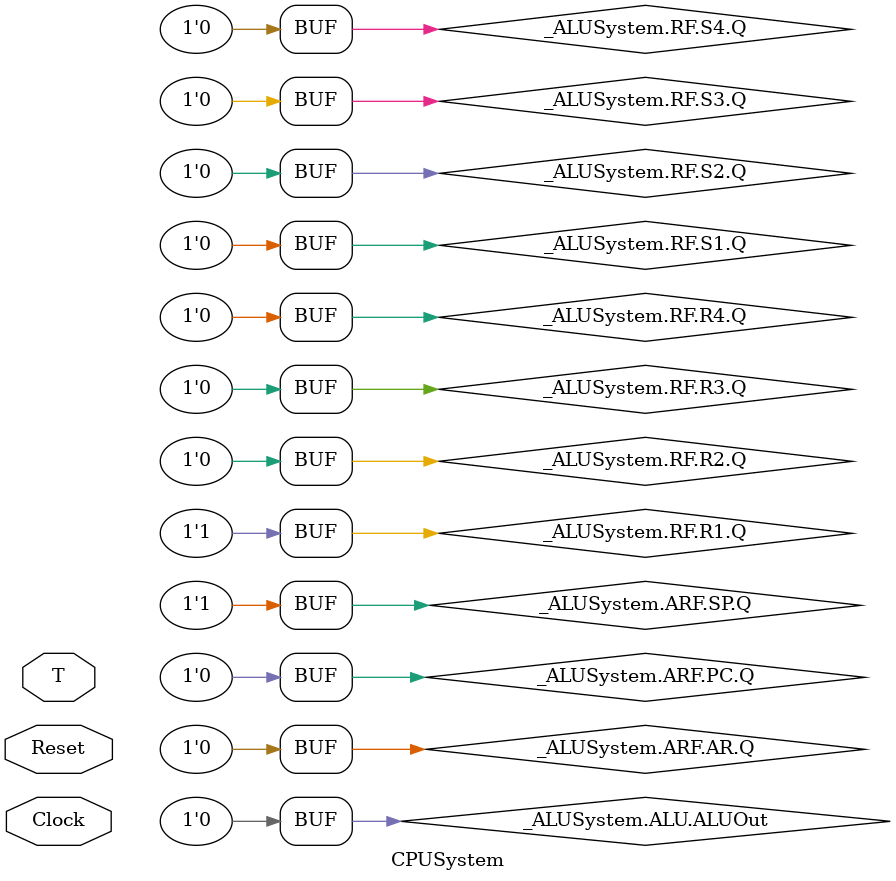
<source format=v>
`timescale 1ns / 1ps


module CPUSystem(
    input wire Clock,
    input wire[7:0] T,
    input wire Reset
    );
    reg[0:0] T1;
    reg[0:0] T2;
    reg[0:0] T3;
    reg[0:0] T4;
    reg[0:0] T5;
    reg[0:0] T6;
    reg[0:0] T7;
    reg[0:0] T0;
    reg[0:0] RT;
    
        reg[2:0] RF_OutASel;
        reg[2:0] RF_OutBSel;
        reg[2:0] RF_FunSel;
        reg[3:0] RF_RegSel;
        reg[3:0] RF_ScrSel;
        reg[4:0] ALU_FunSel;
        reg ALU_WF; 
        reg[1:0] ARF_OutCSel;
        reg[1:0] ARF_OutDSel;
        reg[2:0] ARF_FunSel;
        reg[2:0] ARF_RegSel;
        reg IR_LH;
        reg IR_Write;
        reg Mem_WR;
        reg Mem_CS;
        reg[1:0] MuxASel;
        reg[1:0] MuxBSel;
        reg MuxCSel;
        
        
        wire[15:0] IR_O;
        wire[3:0]FlagsOut;
        
        initial begin
            T0 = 1'b0; 
            ARF_RegSel = 3'b111;
            RF_RegSel = 4'b1111;
            RF_ScrSel = 4'b1111;
            _ALUSystem.ARF.SP.Q = 16'h00fd;
            _ALUSystem.ARF.PC.Q = 16'h0000;
            _ALUSystem.ARF.AR.Q = 16'h0000;
            _ALUSystem.RF.R1.Q = 16'h0009;
            _ALUSystem.RF.R2.Q = 16'h0000;
            _ALUSystem.RF.R3.Q = 16'h0000;
            _ALUSystem.RF.R4.Q = 16'h0000;
            _ALUSystem.RF.S1.Q = 16'h0000;
            _ALUSystem.RF.S2.Q = 16'h0000;
            _ALUSystem.RF.S3.Q = 16'h0000;
            _ALUSystem.RF.S4.Q = 16'h0000;
            _ALUSystem.ALU.ALUOut = 16'h0000;
            ALU_WF = 1'b0;
            RT = 1'b0; 
        end
    
    
    always @(posedge Clock) begin
    if(RT == 1'b0) begin
       if(T0 == 1'b1 || T == 8'h00 || ((T0 || T1 || T2 || T3 || T4 || T5 || T6 || T7) == 1'b0 )) begin
           T0 = 1'b0;
           T1 = 1'b1;
       end
       if(T1 == 1'b1) begin
           T1 = 1'b0;
           T2 = 1'b1;
       end
       if(T2 == 1'b1) begin
           T2 = 1'b0;
           T3 = 1'b1;
       end
       if(T3 == 1'b1) begin
           T3 = 1'b0;
           T4 = 1'b1;
       end
       if(T4 == 1'b1) begin
           T4 = 1'b0;
           T5 = 1'b1;
       end
       if(T5 == 1'b1) begin
           T5 = 1'b0;
           T6 = 1'b1;
       end
       if(T6 == 1'b1) begin
           T6 = 1'b0;
           T7 = 1'b1;
       end
    end
       if(RT == 1'b1) begin
           T0= 1'b1;
           T1= 1'b0;
           T2= 1'b0;
           T3= 1'b0;
           T4= 1'b0;
           T5= 1'b0;
           T6= 1'b0;
           T7= 1'b0;
           RT= 1'b0;
       end    
    end
    
    ArithmeticLogicUnitSystem _ALUSystem(.RF_OutASel(RF_OutASel),.RF_OutBSel(RF_OutBSel),.RF_FunSel(RF_FunSel),.RF_RegSel(RF_RegSel),.Clock(Clock),.RF_ScrSel(RF_ScrSel),.ALU_FunSel(ALU_FunSel),.ALU_WF(ALU_WF),.ARF_OutCSel(ARF_OutCSel),.ARF_OutDSel(ARF_OutDSel),.ARF_FunSel(ARF_FunSel),.ARF_RegSel(ARF_RegSel),.IR_LH(IR_LH),.IR_Write(IR_Write),.Mem_WR(Mem_WR),.Mem_CS(Mem_CS),.MuxASel(MuxASel),.MuxBSel(MuxBSel),.MuxCSel(MuxCSel),.FlagsOut(FlagsOut),.IROut(IR_O));
    
    always @(*) begin
       if(T0 == 1'b1 || T == 8'h00 || ((T0 || T1 || T2 || T3 || T4 || T5 || T6 || T7) == 1'b0 )) begin
           ALU_WF=1'b0;
           RF_RegSel = 4'b1111;
           RF_ScrSel = 4'b1111;
           ALU_WF = 1'b0;
           
           
           ARF_OutDSel = 2'b00;
           Mem_WR = 1'b0;
           Mem_CS = 1'b0;
           IR_LH = 1'b0;
           IR_Write = 1'b1;
           ARF_FunSel = 3'b001;
           ARF_RegSel = 3'b011;
           
       end
       if(T1 == 1'b1) begin
           ARF_OutDSel = 2'b00;
           Mem_WR = 1'b0;
           Mem_CS = 1'b0;
           IR_LH = 1'b1;
           IR_Write = 1'b1;
           ARF_FunSel = 3'b001;
           ARF_RegSel = 3'b011;
       end
       if(T2 == 1'b1) begin
           //ARF_RegSel = 3'b111; // Checkkkkkkkkkkkkkkkkkkkkk
           IR_Write = 1'b0;
       end
    end
    
    always @(*) begin
    
        //PC <- PC + Value
        if((T2 == 1'b1) && (IR_O[15:10] == 6'b000000)) begin
            ARF_RegSel = 3'b111;
        
            MuxASel = 2'b11;
            RF_FunSel = 3'b010;
            RF_ScrSel = 4'b0111;
            
        end
        if((T3 == 1'b1) && (IR_O[15:10] == 6'b000000)) begin
            MuxASel = 2'b01;
            ARF_OutCSel = 2'b00;
            RF_FunSel = 3'b010;
            RF_ScrSel = 4'b1011;
        end
        if((T4 == 1'b1) && (IR_O[15:10] == 6'b000000))begin
            RF_OutASel = 3'b100;
            RF_OutBSel = 3'b101;
            ALU_FunSel = 5'b10100;
            MuxBSel = 2'b00;
            ARF_RegSel = 3'b011;
            ARF_FunSel = 3'b010;
            RT=1'b1;
        end
        
        
        //IF Z=0 THEN PC ? PC + VALUE
        if((T2 == 1'b1) && (IR_O[15:10] == 6'b000001) && (FlagsOut[3] == 1'b0 )) begin
            ARF_RegSel = 3'b111;
        
            MuxASel = 2'b11;
            RF_FunSel = 3'b010;
            RF_ScrSel = 4'b0111;
            
        end
        if((T3 == 1'b1) && (IR_O[15:10] == 6'b000001) && (FlagsOut[3] == 1'b0 )) begin
            MuxASel = 2'b01;
            ARF_OutCSel = 2'b00;
            RF_FunSel = 3'b010;////////////////////////////////////////////////////////bak
            RF_ScrSel = 4'b1011;
        end
        if((T4 == 1'b1) && (IR_O[15:10] == 6'b000001) && (FlagsOut[3] == 1'b0 ))begin
            RF_OutASel = 3'b100;
            RF_OutBSel = 3'b101;
            ALU_FunSel = 5'b10100;
            MuxBSel = 2'b00;
            ARF_RegSel = 3'b011;
            ARF_FunSel = 3'b010;

        end
        
        
        //IF Z=1 THEN PC ? PC + VALUE
        if((T2 == 1'b1) && (IR_O[15:10] == 6'b000010) && (FlagsOut[3] == 1'b1 )) begin
            ARF_RegSel = 3'b111;
        
            MuxASel = 2'b11;
            RF_FunSel = 3'b010;
            RF_ScrSel = 4'b0111;
            
        end
        if((T3 == 1'b1) && (IR_O[15:10] == 6'b000010) && (FlagsOut[3] == 1'b1 )) begin
            MuxASel = 2'b01;
            ARF_OutCSel = 2'b00;
            RF_FunSel = 3'b010;
            RF_ScrSel = 4'b1011;
        end
        if((T4 == 1'b1) && (IR_O[15:10] == 6'b000010) && (FlagsOut[3] == 1'b1 ))begin
            RF_OutASel = 3'b100;
            RF_OutBSel = 3'b101;
            ALU_FunSel = 5'b10100;
            MuxBSel = 2'b00;
            ARF_RegSel = 3'b011;
            ARF_FunSel = 3'b010;
            RT=1'b1;
        end
        
        
        
        
        //SP ? SP + 1, Rx ? M[SP]
        if((T2 == 1'b1) && (IR_O[15:10] == 6'b000011)) begin
            ARF_FunSel = 3'b001;
            ARF_RegSel = 3'b110;
            ARF_OutDSel = 2'b11;
            MuxASel = 2'b10;
            RF_FunSel = 3'b101;
            Mem_WR = 1'b0;
            if(IR_O[9:8] == 2'b00) begin 
                RF_RegSel = 4'b0111;
            end
            if(IR_O[9:8] == 2'b01) begin
                RF_RegSel = 4'b1011;
            end
            if(IR_O[9:8] == 2'b10) begin
                RF_RegSel = 4'b1101;
            end
            if(IR_O[9:8] == 2'b11) begin
                RF_RegSel = 4'b1110;
            end
            
        end

        if((T3 == 1'b1) && (IR_O[15:10] == 6'b000011)) begin
            ARF_RegSel = 3'b110;
            ARF_OutDSel = 2'b11;
            MuxASel = 2'b10;
            RF_FunSel = 3'b110;
            Mem_WR = 1'b0;
            if(IR_O[9:8] == 2'b00) begin 
                RF_RegSel = 4'b0111;
            end
            if(IR_O[9:8] == 2'b01) begin
                RF_RegSel = 4'b1011;
            end
            if(IR_O[9:8] == 2'b10) begin
                RF_RegSel = 4'b1101;
            end
            if(IR_O[9:8] == 2'b11) begin
                RF_RegSel = 4'b1110;
            end
            RT = 1'b1;
            
        end
        
        //M[SP] ? Rx, SP ? SP  1
        if((T2 == 1'b1) && (IR_O[15:10] == 6'b000100)) begin
            
        
        
            ARF_RegSel = 3'b110;
            ARF_FunSel = 3'b000;
            ARF_OutDSel = 2'b11;
            Mem_WR = 1'b1;
            MuxCSel = 1'b0;
            ALU_FunSel = 5'b10000;
            
            if(IR_O[9:8] == 2'b00) begin 
                RF_OutASel = 3'b000;
            end
            if(IR_O[9:8] == 2'b01) begin
                RF_OutASel = 3'b001;
            end
            if(IR_O[9:8] == 2'b10) begin
                RF_OutASel = 3'b010;
            end
            if(IR_O[9:8] == 2'b11) begin
                RF_OutASel = 3'b011;
            end
            RT= 1'b1;
        end

        if((T3 == 1'b1) && (IR_O[15:10] == 6'b000100)) begin
            
        
        
            ARF_RegSel = 3'b110;
            ARF_OutDSel = 2'b11;
            Mem_WR = 1'b1;
            MuxCSel = 1'b1;
            ALU_FunSel = 5'b10000;
            
            if(IR_O[9:8] == 2'b00) begin 
                RF_OutASel = 3'b000;
            end
            if(IR_O[9:8] == 2'b01) begin
                RF_OutASel = 3'b001;
            end
            if(IR_O[9:8] == 2'b10) begin
                RF_OutASel = 3'b010;
            end
            if(IR_O[9:8] == 2'b11) begin
                RF_OutASel = 3'b011;
            end
            RT= 1'b1;
        end

        
        
        
        
        
        
        //DSTREG ? SREG1 + 1
        if((T2 == 1'b1) && (IR_O[15:10] == 6'b000101))begin
            ALU_WF = IR_O[9];

            
            
            if(IR_O[5] == 1) begin 
                if(IR_O[8] == 1) begin MuxASel = 2'b00; ALU_FunSel = 5'b10000;
                    if(IR_O[5:3] == 3'b100) begin RF_OutASel = 3'b000; end
                    if(IR_O[5:3] == 3'b101) begin RF_OutASel = 3'b001; end
                    if(IR_O[5:3] == 3'b110) begin RF_OutASel = 3'b010; end
                    if(IR_O[5:3] == 3'b111) begin RF_OutASel = 3'b011; end
                    if(IR_O[8:6] == 3'b100) begin RF_RegSel = 4'b0111; end
                    if(IR_O[8:6] == 3'b101) begin RF_RegSel = 4'b1011; end
                    if(IR_O[8:6] == 3'b110) begin RF_RegSel = 4'b1101; end
                    if(IR_O[8:6] == 3'b111) begin RF_RegSel = 4'b1110; end
                    RF_FunSel = 3'b010; ARF_RegSel = 3'b111;
                end
                if(IR_O[8] == 0) begin MuxBSel = 2'b00; ALU_FunSel = 5'b10000;
                    if(IR_O[5:3] == 3'b100) begin RF_OutASel = 3'b000; end
                    if(IR_O[5:3] == 3'b101) begin RF_OutASel = 3'b001; end
                    if(IR_O[5:3] == 3'b110) begin RF_OutASel = 3'b010; end
                    if(IR_O[5:3] == 3'b111) begin RF_OutASel = 3'b011; end
                    if(IR_O[8:6] == 3'b000) begin ARF_RegSel = 3'b011; end
                    if(IR_O[8:6] == 3'b001) begin ARF_RegSel = 3'b011; end
                    if(IR_O[8:6] == 3'b010) begin ARF_RegSel = 3'b110; end
                    if(IR_O[8:6] == 3'b011) begin ARF_RegSel = 3'b101; end
                    ARF_FunSel = 3'b010; RF_RegSel =4'b1111;
                end
            end
            if(IR_O[5] == 0) begin 
                if(IR_O[8] == 0) begin MuxBSel = 2'b01;
                    if(IR_O[5:3] == 3'b000) begin ARF_OutCSel = 2'b00; end
                    if(IR_O[5:3] == 3'b001) begin ARF_OutCSel = 2'b00; end
                    if(IR_O[5:3] == 3'b010) begin ARF_OutCSel = 2'b11; end
                    if(IR_O[5:3] == 3'b011) begin ARF_OutCSel = 2'b10; end
                    if(IR_O[8:6] == 3'b000) begin ARF_RegSel = 3'b011; end
                    if(IR_O[8:6] == 3'b001) begin ARF_RegSel = 3'b011; end
                    if(IR_O[8:6] == 3'b010) begin ARF_RegSel = 3'b110; end
                    if(IR_O[8:6] == 3'b011) begin ARF_RegSel = 3'b101; end
                    ARF_FunSel = 3'b010;  RF_RegSel =4'b1111;  
                
                end
                
                if(IR_O[8] == 1) begin MuxBSel = 2'b01;
                    if(IR_O[5:3] == 3'b000) begin ARF_OutCSel = 2'b00; end
                    if(IR_O[5:3] == 3'b001) begin ARF_OutCSel = 2'b00; end
                    if(IR_O[5:3] == 3'b010) begin ARF_OutCSel = 2'b11; end
                    if(IR_O[5:3] == 3'b011) begin ARF_OutCSel = 2'b10; end
                    if(IR_O[8:6] == 3'b100) begin RF_RegSel = 4'b0111; end
                    if(IR_O[8:6] == 3'b101) begin RF_RegSel = 4'b1011; end
                    if(IR_O[8:6] == 3'b110) begin RF_RegSel = 4'b1101; end
                    if(IR_O[8:6] == 3'b111) begin RF_RegSel = 4'b1110; end
                    RF_FunSel = 3'b010; ARF_RegSel = 3'b111;
                end
            end     
            
            
            

        end
        
        
        
        if((T3 == 1'b1) && (IR_O[15:10] == 6'b000101))begin
        
        
            if(IR_O[8] == 1'b0) begin
            
                if(IR_O[8:6] == 3'b000)begin ARF_RegSel = 3'b011; end
                if(IR_O[8:6] == 3'b001)begin ARF_RegSel = 3'b011; end
                if(IR_O[8:6] == 3'b010)begin ARF_RegSel = 3'b110; end
                if(IR_O[8:6] == 3'b011)begin ARF_RegSel = 3'b101; end
                ARF_FunSel = 3'b001; RF_RegSel =4'b1111;
            end
        
            if(IR_O[8] == 1'b0) begin
            
                if(IR_O[8:6] == 3'b100)begin RF_RegSel = 4'b0111; end
                if(IR_O[8:6] == 3'b101)begin RF_RegSel = 4'b1011; end
                if(IR_O[8:6] == 3'b110)begin RF_RegSel = 4'b1101; end
                if(IR_O[8:6] == 3'b111)begin RF_RegSel = 4'b1110; end
                RF_FunSel = 3'b001; ARF_RegSel = 3'b111;
            end

            RT=1'b1;
        end


        ////DSTREG ? SREG1 - 1                                                                 baaaaaaaaaaaak
        if((T2 == 1'b1) && (IR_O[15:10] == 6'b000110))begin
            ALU_WF = IR_O[9];

            
            
            if(IR_O[5] == 1) begin 
                if(IR_O[8] == 1) begin MuxASel = 2'b00; ALU_FunSel = 5'b10000;
                    if(IR_O[5:3] == 3'b100) begin RF_OutASel = 3'b000; end
                    if(IR_O[5:3] == 3'b101) begin RF_OutASel = 3'b001; end
                    if(IR_O[5:3] == 3'b110) begin RF_OutASel = 3'b010; end
                    if(IR_O[5:3] == 3'b111) begin RF_OutASel = 3'b011; end
                    if(IR_O[8:6] == 3'b100) begin RF_RegSel = 4'b0111; end
                    if(IR_O[8:6] == 3'b101) begin RF_RegSel = 4'b1011; end
                    if(IR_O[8:6] == 3'b110) begin RF_RegSel = 4'b1101; end
                    if(IR_O[8:6] == 3'b111) begin RF_RegSel = 4'b1110; end
                    RF_FunSel = 3'b010; ARF_RegSel = 3'b111;
                end
                if(IR_O[8] == 0) begin MuxBSel = 2'b00; ALU_FunSel = 5'b10000;
                    if(IR_O[5:3] == 3'b100) begin RF_OutASel = 3'b000; end
                    if(IR_O[5:3] == 3'b101) begin RF_OutASel = 3'b001; end
                    if(IR_O[5:3] == 3'b110) begin RF_OutASel = 3'b010; end
                    if(IR_O[5:3] == 3'b111) begin RF_OutASel = 3'b011; end
                    if(IR_O[8:6] == 3'b000) begin ARF_RegSel = 3'b011; end
                    if(IR_O[8:6] == 3'b001) begin ARF_RegSel = 3'b011; end
                    if(IR_O[8:6] == 3'b010) begin ARF_RegSel = 3'b110; end
                    if(IR_O[8:6] == 3'b011) begin ARF_RegSel = 3'b101; end
                    ARF_FunSel = 3'b010; RF_RegSel =4'b1111;
                end
            end
            if(IR_O[5] == 0) begin 
                if(IR_O[8] == 0) begin MuxBSel = 2'b01;
                    if(IR_O[5:3] == 3'b000) begin ARF_OutCSel = 2'b00; end
                    if(IR_O[5:3] == 3'b001) begin ARF_OutCSel = 2'b00; end
                    if(IR_O[5:3] == 3'b010) begin ARF_OutCSel = 2'b11; end
                    if(IR_O[5:3] == 3'b011) begin ARF_OutCSel = 2'b10; end
                    if(IR_O[8:6] == 3'b000) begin ARF_RegSel = 3'b011; end
                    if(IR_O[8:6] == 3'b001) begin ARF_RegSel = 3'b011; end
                    if(IR_O[8:6] == 3'b010) begin ARF_RegSel = 3'b110; end
                    if(IR_O[8:6] == 3'b011) begin ARF_RegSel = 3'b101; end
                    ARF_FunSel = 3'b010;  RF_RegSel =4'b1111;  
                
                end
                
                if(IR_O[8] == 1) begin MuxBSel = 2'b01;
                    if(IR_O[5:3] == 3'b000) begin ARF_OutCSel = 2'b00; end
                    if(IR_O[5:3] == 3'b001) begin ARF_OutCSel = 2'b00; end
                    if(IR_O[5:3] == 3'b010) begin ARF_OutCSel = 2'b11; end
                    if(IR_O[5:3] == 3'b011) begin ARF_OutCSel = 2'b10; end
                    if(IR_O[8:6] == 3'b100) begin RF_RegSel = 4'b0111; end
                    if(IR_O[8:6] == 3'b101) begin RF_RegSel = 4'b1011; end
                    if(IR_O[8:6] == 3'b110) begin RF_RegSel = 4'b1101; end
                    if(IR_O[8:6] == 3'b111) begin RF_RegSel = 4'b1110; end
                    RF_FunSel = 3'b010; ARF_RegSel = 3'b111;
                end
            end     
            
            
            

        end
        
        if((T3 == 1'b1) && (IR_O[15:10] == 6'b000110))begin
        
        
        if(IR_O[8] == 1'b0) begin
        
            if(IR_O[8:6] == 3'b000)begin ARF_RegSel = 3'b011; end
            if(IR_O[8:6] == 3'b001)begin ARF_RegSel = 3'b011; end
            if(IR_O[8:6] == 3'b010)begin ARF_RegSel = 3'b110; end
            if(IR_O[8:6] == 3'b011)begin ARF_RegSel = 3'b101; end
            ARF_FunSel = 3'b000; RF_RegSel =4'b1111;
        end
        
        if(IR_O[8] == 1'b0) begin
        
            if(IR_O[8:6] == 3'b100)begin RF_RegSel = 4'b0111; end
            if(IR_O[8:6] == 3'b101)begin RF_RegSel = 4'b1011; end
            if(IR_O[8:6] == 3'b110)begin RF_RegSel = 4'b1101; end
            if(IR_O[8:6] == 3'b111)begin RF_RegSel = 4'b1110; end
            RF_FunSel = 3'b000; ARF_RegSel = 3'b111;
        end

            RT=1'b1;
        end


        

        
        //DSTREG ? LSL SREG1
        if((T2 == 1'b1) && (IR_O[15:10] == 6'b000111))begin
            ALU_WF = IR_O[9];
            ARF_RegSel = 3'b111;
            if(IR_O[5] == 1'b0) begin
            
                if(IR_O[5:3] == 3'b000)begin ARF_OutCSel = 2'b00; end
                if(IR_O[5:3] == 3'b001)begin ARF_OutCSel = 2'b00; end
                if(IR_O[5:3] == 3'b010)begin ARF_OutCSel = 2'b11; end
                if(IR_O[5:3] == 3'b011)begin ARF_OutCSel = 2'b10; end
                MuxASel = 2'b01;
                RF_FunSel = 3'b010;
                RF_ScrSel = 4'b0111;
            end
            if(IR_O[5] == 1'b1) begin
            
            
                if(IR_O[5:3] == 3'b100) begin RF_OutASel = 3'b000; end
                if(IR_O[5:3] == 3'b101) begin RF_OutASel = 3'b001; end
                if(IR_O[5:3] == 3'b110) begin RF_OutASel = 3'b010; end
                if(IR_O[5:3] == 3'b111) begin RF_OutASel = 3'b011; end
                
                ALU_FunSel = 5'b10000;
                MuxASel = 2'b00;
                RF_FunSel = 3'b010;
                RF_ScrSel = 4'b0111;
                
            end

        end
        
        if((T3 == 1'b1) && (IR_O[15:10] == 6'b000111)) begin
            RF_ScrSel = 4'b1111;
            RF_OutASel = 3'b100;
            ALU_FunSel = 5'b11011;
            
            if(IR_O[8] == 1'b0) begin
                MuxBSel =  2'b00;
                ARF_FunSel = 3'b010;
                if(IR_O[8:6] == 3'b000)begin ARF_RegSel = 3'b011; end
                if(IR_O[8:6] == 3'b001)begin ARF_RegSel = 3'b011; end
                if(IR_O[8:6] == 3'b010)begin ARF_RegSel = 3'b110; end
                if(IR_O[8:6] == 3'b011)begin ARF_RegSel = 3'b101; end
            end
            
            if(IR_O[8] == 1'b1) begin
                MuxASel = 2'b00;
                RF_FunSel = 3'b010;
                if(IR_O[8:6] == 3'b100)begin RF_RegSel = 4'b0111; end
                if(IR_O[8:6] == 3'b101)begin RF_RegSel = 4'b1011; end
                if(IR_O[8:6] == 3'b110)begin RF_RegSel = 4'b1101; end
                if(IR_O[8:6] == 3'b111)begin RF_RegSel = 4'b1110; end
            end
            
            RT=1'b1;
        end
        
        //DSTREG ? LSR SREG1
        if((T2 == 1'b1) && (IR_O[15:10] == 6'b001000))begin
            ALU_WF = IR_O[9];
            ARF_RegSel = 3'b111;
            if(IR_O[5] == 1'b0) begin
            
                if(IR_O[5:3] == 3'b000)begin ARF_OutCSel = 2'b00; end
                if(IR_O[5:3] == 3'b001)begin ARF_OutCSel = 2'b00; end
                if(IR_O[5:3] == 3'b010)begin ARF_OutCSel = 2'b11; end
                if(IR_O[5:3] == 3'b011)begin ARF_OutCSel = 2'b10; end
                MuxASel = 2'b01;
                RF_FunSel = 3'b010;
                RF_ScrSel = 4'b0111;
            end
            if(IR_O[5] == 1'b1) begin
            
            
                if(IR_O[5:3] == 3'b100) begin RF_OutASel = 3'b000; end
                if(IR_O[5:3] == 3'b101) begin RF_OutASel = 3'b001; end
                if(IR_O[5:3] == 3'b110) begin RF_OutASel = 3'b010; end
                if(IR_O[5:3] == 3'b111) begin RF_OutASel = 3'b011; end
                
                ALU_FunSel = 5'b10000;
                MuxASel = 2'b00;
                RF_FunSel = 3'b010;
                RF_ScrSel = 4'b0111;
                
            end

        end
        
        if((T3 == 1'b1) && (IR_O[15:10] == 6'b001000)) begin
            RF_ScrSel = 4'b1111;
            RF_OutASel = 3'b100;
            ALU_FunSel = 5'b11100;
            
            if(IR_O[8] == 1'b0) begin
                MuxBSel =  2'b00;
                ARF_FunSel = 3'b010;
                if(IR_O[8:6] == 3'b000)begin ARF_RegSel = 3'b011; end
                if(IR_O[8:6] == 3'b001)begin ARF_RegSel = 3'b011; end
                if(IR_O[8:6] == 3'b010)begin ARF_RegSel = 3'b110; end
                if(IR_O[8:6] == 3'b011)begin ARF_RegSel = 3'b101; end
            end
            
            if(IR_O[8] == 1'b1) begin
                MuxASel = 2'b00;
                RF_FunSel = 3'b010;
                if(IR_O[8:6] == 3'b100)begin RF_RegSel = 4'b0111; end
                if(IR_O[8:6] == 3'b101)begin RF_RegSel = 4'b1011; end
                if(IR_O[8:6] == 3'b110)begin RF_RegSel = 4'b1101; end
                if(IR_O[8:6] == 3'b111)begin RF_RegSel = 4'b1110; end
            end
            
            RT=1'b1;
        end
        
        
        //DSTREG ? ASR SREG1
        if((T2 == 1'b1) && (IR_O[15:10] == 6'b001001))begin
            ALU_WF = IR_O[9];
            ARF_RegSel = 3'b111;
            if(IR_O[5] == 1'b0) begin
            
                if(IR_O[5:3] == 3'b000)begin ARF_OutCSel = 2'b00; end
                if(IR_O[5:3] == 3'b001)begin ARF_OutCSel = 2'b00; end
                if(IR_O[5:3] == 3'b010)begin ARF_OutCSel = 2'b11; end
                if(IR_O[5:3] == 3'b011)begin ARF_OutCSel = 2'b10; end
                MuxASel = 2'b01;
                RF_FunSel = 3'b010;
                RF_ScrSel = 4'b0111;
            end
            if(IR_O[5] == 1'b1) begin
            
            
                if(IR_O[5:3] == 3'b100) begin RF_OutASel = 3'b000; end
                if(IR_O[5:3] == 3'b101) begin RF_OutASel = 3'b001; end
                if(IR_O[5:3] == 3'b110) begin RF_OutASel = 3'b010; end
                if(IR_O[5:3] == 3'b111) begin RF_OutASel = 3'b011; end
                
                ALU_FunSel = 5'b10000;
                MuxASel = 2'b00;
                RF_FunSel = 3'b010;
                RF_ScrSel = 4'b0111;
                
            end

        end
        
        if((T3 == 1'b1) && (IR_O[15:10] == 6'b001001)) begin
            RF_ScrSel = 4'b1111;
            RF_OutASel = 3'b100;
            ALU_FunSel = 5'b11101;
            
            if(IR_O[8] == 1'b0) begin
                MuxBSel =  2'b00;
                ARF_FunSel = 3'b010;
                if(IR_O[8:6] == 3'b000)begin ARF_RegSel = 3'b011; end
                if(IR_O[8:6] == 3'b001)begin ARF_RegSel = 3'b011; end
                if(IR_O[8:6] == 3'b010)begin ARF_RegSel = 3'b110; end
                if(IR_O[8:6] == 3'b011)begin ARF_RegSel = 3'b101; end
            end
            
            if(IR_O[8] == 1'b1) begin
                MuxASel = 2'b00;
                RF_FunSel = 3'b010;
                if(IR_O[8:6] == 3'b100)begin RF_RegSel = 4'b0111; end
                if(IR_O[8:6] == 3'b101)begin RF_RegSel = 4'b1011; end
                if(IR_O[8:6] == 3'b110)begin RF_RegSel = 4'b1101; end
                if(IR_O[8:6] == 3'b111)begin RF_RegSel = 4'b1110; end
            end
            
            RT=1'b1;
        end
        
        
        //DSTREG ? CSL SREG1
        if((T2 == 1'b1) && (IR_O[15:10] == 6'b001010))begin
            ALU_WF = IR_O[9];
            ARF_RegSel = 3'b111;
            if(IR_O[5] == 1'b0) begin
            
                if(IR_O[5:3] == 3'b000)begin ARF_OutCSel = 2'b00; end
                if(IR_O[5:3] == 3'b001)begin ARF_OutCSel = 2'b00; end
                if(IR_O[5:3] == 3'b010)begin ARF_OutCSel = 2'b11; end
                if(IR_O[5:3] == 3'b011)begin ARF_OutCSel = 2'b10; end
                MuxASel = 2'b01;
                RF_FunSel = 3'b010;
                RF_ScrSel = 4'b0111;
            end
            if(IR_O[5] == 1'b1) begin
            
            
                if(IR_O[5:3] == 3'b100) begin RF_OutASel = 3'b000; end
                if(IR_O[5:3] == 3'b101) begin RF_OutASel = 3'b001; end
                if(IR_O[5:3] == 3'b110) begin RF_OutASel = 3'b010; end
                if(IR_O[5:3] == 3'b111) begin RF_OutASel = 3'b011; end
                
                ALU_FunSel = 5'b10000;
                MuxASel = 2'b00;
                RF_FunSel = 3'b010;
                RF_ScrSel = 4'b0111;
                
            end

        end
        
        if((T3 == 1'b1) && (IR_O[15:10] == 6'b001010)) begin
            RF_ScrSel = 4'b1111;
            RF_OutASel = 3'b100;
            ALU_FunSel = 5'b11110;
            
            if(IR_O[8] == 1'b0) begin
                MuxBSel =  2'b00;
                ARF_FunSel = 3'b010;
                if(IR_O[8:6] == 3'b000)begin ARF_RegSel = 3'b011; end
                if(IR_O[8:6] == 3'b001)begin ARF_RegSel = 3'b011; end
                if(IR_O[8:6] == 3'b010)begin ARF_RegSel = 3'b110; end
                if(IR_O[8:6] == 3'b011)begin ARF_RegSel = 3'b101; end
            end
            
            if(IR_O[8] == 1'b1) begin
                MuxASel = 2'b00;
                RF_FunSel = 3'b010;
                if(IR_O[8:6] == 3'b100)begin RF_RegSel = 4'b0111; end
                if(IR_O[8:6] == 3'b101)begin RF_RegSel = 4'b1011; end
                if(IR_O[8:6] == 3'b110)begin RF_RegSel = 4'b1101; end
                if(IR_O[8:6] == 3'b111)begin RF_RegSel = 4'b1110; end
            end
            
            RT=1'b1;
        end
        
        //DSTREG ? CSR SREG1
        if((T2 == 1'b1) && (IR_O[15:10] == 6'b001011))begin
            ALU_WF = IR_O[9];
            ARF_RegSel = 3'b111;
            if(IR_O[5] == 1'b0) begin
            
                if(IR_O[5:3] == 3'b000)begin ARF_OutCSel = 2'b00; end
                if(IR_O[5:3] == 3'b001)begin ARF_OutCSel = 2'b00; end
                if(IR_O[5:3] == 3'b010)begin ARF_OutCSel = 2'b11; end
                if(IR_O[5:3] == 3'b011)begin ARF_OutCSel = 2'b10; end
                MuxASel = 2'b01;
                RF_FunSel = 3'b010;
                RF_ScrSel = 4'b0111;
            end
            if(IR_O[5] == 1'b1) begin
            
            
                if(IR_O[5:3] == 3'b100) begin RF_OutASel = 3'b000; end
                if(IR_O[5:3] == 3'b101) begin RF_OutASel = 3'b001; end
                if(IR_O[5:3] == 3'b110) begin RF_OutASel = 3'b010; end
                if(IR_O[5:3] == 3'b111) begin RF_OutASel = 3'b011; end
                
                ALU_FunSel = 5'b10000;
                MuxASel = 2'b00;
                RF_FunSel = 3'b010;
                RF_ScrSel = 4'b0111;
                
            end

        end
        
        if((T3 == 1'b1) && (IR_O[15:10] == 6'b001011)) begin
            RF_ScrSel = 4'b1111;
            RF_OutASel = 3'b100;
            ALU_FunSel = 5'b11111;
            
            if(IR_O[8] == 1'b0) begin
                MuxBSel =  2'b00;
                ARF_FunSel = 3'b010;
                if(IR_O[8:6] == 3'b000)begin ARF_RegSel = 3'b011; end
                if(IR_O[8:6] == 3'b001)begin ARF_RegSel = 3'b011; end
                if(IR_O[8:6] == 3'b010)begin ARF_RegSel = 3'b110; end
                if(IR_O[8:6] == 3'b011)begin ARF_RegSel = 3'b101; end
            end
            
            if(IR_O[8] == 1'b1) begin
                MuxASel = 2'b00;
                RF_FunSel = 3'b010;
                if(IR_O[8:6] == 3'b100)begin RF_RegSel = 4'b0111; end
                if(IR_O[8:6] == 3'b101)begin RF_RegSel = 4'b1011; end
                if(IR_O[8:6] == 3'b110)begin RF_RegSel = 4'b1101; end
                if(IR_O[8:6] == 3'b111)begin RF_RegSel = 4'b1110; end
            end
            
            RT=1'b1;
        end
        
        
        
        //DSTREG ? SREG1 AND SREG2
        if((T2 == 1'b1) && (IR_O[15:10] == 6'b001100))begin
            ALU_WF = IR_O[9];
            ARF_RegSel = 3'b111;
            if(IR_O[5] == 1'b0) begin
            
                if(IR_O[5:3] == 3'b000)begin ARF_OutCSel = 2'b00; end
                if(IR_O[5:3] == 3'b001)begin ARF_OutCSel = 2'b00; end
                if(IR_O[5:3] == 3'b010)begin ARF_OutCSel = 2'b11; end
                if(IR_O[5:3] == 3'b011)begin ARF_OutCSel = 2'b10; end
                MuxASel = 2'b01;
                RF_FunSel = 3'b010;
                RF_ScrSel = 4'b0111;
            end
            if(IR_O[5] == 1'b1) begin
            
            
                if(IR_O[5:3] == 3'b100) begin RF_OutASel = 3'b000; end
                if(IR_O[5:3] == 3'b101) begin RF_OutASel = 3'b001; end
                if(IR_O[5:3] == 3'b110) begin RF_OutASel = 3'b010; end
                if(IR_O[5:3] == 3'b111) begin RF_OutASel = 3'b011; end
                
                ALU_FunSel = 5'b10000;
                MuxASel = 2'b00;
                RF_FunSel = 3'b010;
                RF_ScrSel = 4'b0111;
                
            end

        end

        if((T3 == 1'b1) && (IR_O[15:10] == 6'b001100))begin
            ALU_WF = IR_O[9];
            if(IR_O[2] == 1'b0) begin
            
                if(IR_O[2:0] == 3'b000)begin ARF_OutCSel = 2'b00; end
                if(IR_O[2:0] == 3'b001)begin ARF_OutCSel = 2'b00; end
                if(IR_O[2:0] == 3'b010)begin ARF_OutCSel = 2'b11; end
                if(IR_O[2:0] == 3'b011)begin ARF_OutCSel = 2'b10; end
                MuxASel = 2'b01;
                RF_FunSel = 3'b010;
                RF_ScrSel = 4'b1011;
            end
            if(IR_O[2] == 1'b1) begin
            
            
                if(IR_O[2:0] == 3'b100) begin RF_OutASel = 3'b000; end
                if(IR_O[2:0] == 3'b101) begin RF_OutASel = 3'b001; end
                if(IR_O[2:0] == 3'b110) begin RF_OutASel = 3'b010; end
                if(IR_O[2:0] == 3'b111) begin RF_OutASel = 3'b011; end
                
                ALU_FunSel = 5'b10000;
                MuxASel = 2'b00;
                RF_FunSel = 3'b010;
                RF_ScrSel = 4'b1011;
                
            end

        end
        
        if((T4 == 1'b1) && (IR_O[15:10] == 6'b001100)) begin
            RF_ScrSel = 4'b1111;
            RF_OutASel = 3'b100;
            RF_OutBSel = 3'b101;
            ALU_FunSel = 5'b10111;
            
            if(IR_O[8] == 1'b0) begin
                MuxBSel =  2'b00;
                ARF_FunSel = 3'b010;
                if(IR_O[8:6] == 3'b000)begin ARF_RegSel = 3'b011; end
                if(IR_O[8:6] == 3'b001)begin ARF_RegSel = 3'b011; end
                if(IR_O[8:6] == 3'b010)begin ARF_RegSel = 3'b110; end
                if(IR_O[8:6] == 3'b011)begin ARF_RegSel = 3'b101; end
            end
            
            if(IR_O[8] == 1'b1) begin
                MuxASel = 2'b00;
                RF_FunSel = 3'b010;
                if(IR_O[8:6] == 3'b100)begin RF_RegSel = 4'b0111; end
                if(IR_O[8:6] == 3'b101)begin RF_RegSel = 4'b1011; end
                if(IR_O[8:6] == 3'b110)begin RF_RegSel = 4'b1101; end
                if(IR_O[8:6] == 3'b111)begin RF_RegSel = 4'b1110; end
            end
            
            RT=1'b1;
         end
         
         //DSTREG ? SREG1 OR SREG2
        if((T2 == 1'b1) && (IR_O[15:10] == 6'b001101))begin
             ALU_WF = IR_O[9];
             ARF_RegSel = 3'b111;
             if(IR_O[5] == 1'b0) begin
             
                 if(IR_O[5:3] == 3'b000)begin ARF_OutCSel = 2'b00; end
                 if(IR_O[5:3] == 3'b001)begin ARF_OutCSel = 2'b00; end
                 if(IR_O[5:3] == 3'b010)begin ARF_OutCSel = 2'b11; end
                 if(IR_O[5:3] == 3'b011)begin ARF_OutCSel = 2'b10; end
                 MuxASel = 2'b01;
                 RF_FunSel = 3'b010;
                 RF_ScrSel = 4'b0111;
             end
             if(IR_O[5] == 1'b1) begin
             
             
                 if(IR_O[5:3] == 3'b100) begin RF_OutASel = 3'b000; end
                 if(IR_O[5:3] == 3'b101) begin RF_OutASel = 3'b001; end
                 if(IR_O[5:3] == 3'b110) begin RF_OutASel = 3'b010; end
                 if(IR_O[5:3] == 3'b111) begin RF_OutASel = 3'b011; end
                 
                 ALU_FunSel = 5'b10000;
                 MuxASel = 2'b00;
                 RF_FunSel = 3'b010;
                 RF_ScrSel = 4'b0111;
                 
             end
 
         end
 
         if((T3 == 1'b1) && (IR_O[15:10] == 6'b001101))begin
             ALU_WF = IR_O[9];
             if(IR_O[2] == 1'b0) begin
             
                 if(IR_O[2:0] == 3'b000)begin ARF_OutCSel = 2'b00; end
                 if(IR_O[2:0] == 3'b001)begin ARF_OutCSel = 2'b00; end
                 if(IR_O[2:0] == 3'b010)begin ARF_OutCSel = 2'b11; end
                 if(IR_O[2:0] == 3'b011)begin ARF_OutCSel = 2'b10; end
                 MuxASel = 2'b01;
                 RF_FunSel = 3'b010;
                 RF_ScrSel = 4'b1011;
             end
             if(IR_O[2] == 1'b1) begin
             
             
                 if(IR_O[2:0] == 3'b100) begin RF_OutASel = 3'b000; end
                 if(IR_O[2:0] == 3'b101) begin RF_OutASel = 3'b001; end
                 if(IR_O[2:0] == 3'b110) begin RF_OutASel = 3'b010; end
                 if(IR_O[2:0] == 3'b111) begin RF_OutASel = 3'b011; end
                 
                 ALU_FunSel = 5'b10000;
                 MuxASel = 2'b00;
                 RF_FunSel = 3'b010;
                 RF_ScrSel = 4'b1011;
                 
             end
 
         end
         
         if((T4 == 1'b1) && (IR_O[15:10] == 6'b001101)) begin
             RF_ScrSel = 4'b1111;
             RF_OutASel = 3'b100;
             RF_OutBSel = 3'b101;
             ALU_FunSel = 5'b11000;
             
             if(IR_O[8] == 1'b0) begin
                 MuxBSel =  2'b00;
                 ARF_FunSel = 3'b010;
                 if(IR_O[8:6] == 3'b000)begin ARF_RegSel = 3'b011; end
                 if(IR_O[8:6] == 3'b001)begin ARF_RegSel = 3'b011; end
                 if(IR_O[8:6] == 3'b010)begin ARF_RegSel = 3'b110; end
                 if(IR_O[8:6] == 3'b011)begin ARF_RegSel = 3'b101; end
             end
             
             if(IR_O[8] == 1'b1) begin
                 MuxASel = 2'b00;
                 RF_FunSel = 3'b010;
                 if(IR_O[8:6] == 3'b100)begin RF_RegSel = 4'b0111; end
                 if(IR_O[8:6] == 3'b101)begin RF_RegSel = 4'b1011; end
                 if(IR_O[8:6] == 3'b110)begin RF_RegSel = 4'b1101; end
                 if(IR_O[8:6] == 3'b111)begin RF_RegSel = 4'b1110; end
             end
             
             RT=1'b1;
          end
          
          //DSTREG ? NOT SREG1
          if((T2 == 1'b1) && (IR_O[15:10] == 6'b001110))begin
              ALU_WF = IR_O[9];
              ARF_RegSel = 3'b111;
              if(IR_O[5] == 1'b0) begin
              
                  if(IR_O[5:3] == 3'b000)begin ARF_OutCSel = 2'b00; end
                  if(IR_O[5:3] == 3'b001)begin ARF_OutCSel = 2'b00; end
                  if(IR_O[5:3] == 3'b010)begin ARF_OutCSel = 2'b11; end
                  if(IR_O[5:3] == 3'b011)begin ARF_OutCSel = 2'b10; end
                  MuxASel = 2'b01;
                  RF_FunSel = 3'b010;
                  RF_ScrSel = 4'b0111;
              end
              if(IR_O[5] == 1'b1) begin
              
              
                  if(IR_O[5:3] == 3'b100) begin RF_OutASel = 3'b000; end
                  if(IR_O[5:3] == 3'b101) begin RF_OutASel = 3'b001; end
                  if(IR_O[5:3] == 3'b110) begin RF_OutASel = 3'b010; end
                  if(IR_O[5:3] == 3'b111) begin RF_OutASel = 3'b011; end
                  
                  ALU_FunSel = 5'b10000;
                  MuxASel = 2'b00;
                  RF_FunSel = 3'b010;
                  RF_ScrSel = 4'b0111;
                  
              end
  
          end
          
          if((T3 == 1'b1) && (IR_O[15:10] == 6'b001110)) begin
              RF_ScrSel = 4'b1111;
              RF_OutASel = 3'b100;
              ALU_FunSel = 5'b10010;
              
              if(IR_O[8] == 1'b0) begin
                  MuxBSel =  2'b00;
                  ARF_FunSel = 3'b010;
                  if(IR_O[8:6] == 3'b000)begin ARF_RegSel = 3'b011; end
                  if(IR_O[8:6] == 3'b001)begin ARF_RegSel = 3'b011; end
                  if(IR_O[8:6] == 3'b010)begin ARF_RegSel = 3'b110; end
                  if(IR_O[8:6] == 3'b011)begin ARF_RegSel = 3'b101; end
              end
              
              if(IR_O[8] == 1'b1) begin
                  MuxASel = 2'b00;
                  RF_FunSel = 3'b010;
                  if(IR_O[8:6] == 3'b100)begin RF_RegSel = 4'b0111; end
                  if(IR_O[8:6] == 3'b101)begin RF_RegSel = 4'b1011; end
                  if(IR_O[8:6] == 3'b110)begin RF_RegSel = 4'b1101; end
                  if(IR_O[8:6] == 3'b111)begin RF_RegSel = 4'b1110; end
              end
              
              RT=1'b1;
          end
          
          

        //DSTREG ? SREG1 XOR SREG2
        if((T2 == 1'b1) && (IR_O[15:10] == 6'b001111))begin
             ALU_WF = IR_O[9];
             ARF_RegSel = 3'b111;
             if(IR_O[5] == 1'b0) begin
             
                 if(IR_O[5:3] == 3'b000)begin ARF_OutCSel = 2'b00; end
                 if(IR_O[5:3] == 3'b001)begin ARF_OutCSel = 2'b00; end
                 if(IR_O[5:3] == 3'b010)begin ARF_OutCSel = 2'b11; end
                 if(IR_O[5:3] == 3'b011)begin ARF_OutCSel = 2'b10; end
                 MuxASel = 2'b01;
                 RF_FunSel = 3'b010;
                 RF_ScrSel = 4'b0111;
             end
             if(IR_O[5] == 1'b1) begin
             
             
                 if(IR_O[5:3] == 3'b100) begin RF_OutASel = 3'b000; end
                 if(IR_O[5:3] == 3'b101) begin RF_OutASel = 3'b001; end
                 if(IR_O[5:3] == 3'b110) begin RF_OutASel = 3'b010; end
                 if(IR_O[5:3] == 3'b111) begin RF_OutASel = 3'b011; end
                 
                 ALU_FunSel = 5'b10000;
                 MuxASel = 2'b00;
                 RF_FunSel = 3'b010;
                 RF_ScrSel = 4'b0111;
                 
             end
 
         end
 
         if((T3 == 1'b1) && (IR_O[15:10] == 6'b001111))begin
             ALU_WF = IR_O[9];
             if(IR_O[2] == 1'b0) begin
             
                 if(IR_O[2:0] == 3'b000)begin ARF_OutCSel = 2'b00; end
                 if(IR_O[2:0] == 3'b001)begin ARF_OutCSel = 2'b00; end
                 if(IR_O[2:0] == 3'b010)begin ARF_OutCSel = 2'b11; end
                 if(IR_O[2:0] == 3'b011)begin ARF_OutCSel = 2'b10; end
                 MuxASel = 2'b01;
                 RF_FunSel = 3'b010;
                 RF_ScrSel = 4'b1011;
             end
             if(IR_O[2] == 1'b1) begin
             
             
                 if(IR_O[2:0] == 3'b100) begin RF_OutASel = 3'b000; end
                 if(IR_O[2:0] == 3'b101) begin RF_OutASel = 3'b001; end
                 if(IR_O[2:0] == 3'b110) begin RF_OutASel = 3'b010; end
                 if(IR_O[2:0] == 3'b111) begin RF_OutASel = 3'b011; end
                 
                 ALU_FunSel = 5'b10000;
                 MuxASel = 2'b00;
                 RF_FunSel = 3'b010;
                 RF_ScrSel = 4'b1011;
                 
             end
 
         end
         
         if((T4 == 1'b1) && (IR_O[15:10] == 6'b001111)) begin
             RF_ScrSel = 4'b1111;
             RF_OutASel = 3'b100;
             RF_OutBSel = 3'b101;
             ALU_FunSel = 5'b11001;
             
             if(IR_O[8] == 1'b0) begin
                 MuxBSel =  2'b00;
                 ARF_FunSel = 3'b010;
                 if(IR_O[8:6] == 3'b000)begin ARF_RegSel = 3'b011; end
                 if(IR_O[8:6] == 3'b001)begin ARF_RegSel = 3'b011; end
                 if(IR_O[8:6] == 3'b010)begin ARF_RegSel = 3'b110; end
                 if(IR_O[8:6] == 3'b011)begin ARF_RegSel = 3'b101; end
             end
             
             if(IR_O[8] == 1'b1) begin
                 MuxASel = 2'b00;
                 RF_FunSel = 3'b010;
                 if(IR_O[8:6] == 3'b100)begin RF_RegSel = 4'b0111; end
                 if(IR_O[8:6] == 3'b101)begin RF_RegSel = 4'b1011; end
                 if(IR_O[8:6] == 3'b110)begin RF_RegSel = 4'b1101; end
                 if(IR_O[8:6] == 3'b111)begin RF_RegSel = 4'b1110; end
             end
             
             RT=1'b1;
          end
        
         //DSTREG ? SREG1 NAND SREG2
        if((T2 == 1'b1) && (IR_O[15:10] == 6'b010000))begin
              ALU_WF = IR_O[9];
              ARF_RegSel = 3'b111;
              if(IR_O[5] == 1'b0) begin
              
                  if(IR_O[5:3] == 3'b000)begin ARF_OutCSel = 2'b00; end
                  if(IR_O[5:3] == 3'b001)begin ARF_OutCSel = 2'b00; end
                  if(IR_O[5:3] == 3'b010)begin ARF_OutCSel = 2'b11; end
                  if(IR_O[5:3] == 3'b011)begin ARF_OutCSel = 2'b10; end
                  MuxASel = 2'b01;
                  RF_FunSel = 3'b010;
                  RF_ScrSel = 4'b0111;
              end
              if(IR_O[5] == 1'b1) begin
              
              
                  if(IR_O[5:3] == 3'b100) begin RF_OutASel = 3'b000; end
                  if(IR_O[5:3] == 3'b101) begin RF_OutASel = 3'b001; end
                  if(IR_O[5:3] == 3'b110) begin RF_OutASel = 3'b010; end
                  if(IR_O[5:3] == 3'b111) begin RF_OutASel = 3'b011; end
                  
                  ALU_FunSel = 5'b10000;
                  MuxASel = 2'b00;
                  RF_FunSel = 3'b010;
                  RF_ScrSel = 4'b0111;
                  
              end
  
          end
  
          if((T3 == 1'b1) && (IR_O[15:10] == 6'b010000))begin
              ALU_WF = IR_O[9];
              if(IR_O[2] == 1'b0) begin
              
                  if(IR_O[2:0] == 3'b000)begin ARF_OutCSel = 2'b00; end
                  if(IR_O[2:0] == 3'b001)begin ARF_OutCSel = 2'b00; end
                  if(IR_O[2:0] == 3'b010)begin ARF_OutCSel = 2'b11; end
                  if(IR_O[2:0] == 3'b011)begin ARF_OutCSel = 2'b10; end
                  MuxASel = 2'b01;
                  RF_FunSel = 3'b010;
                  RF_ScrSel = 4'b1011;
              end
              if(IR_O[2] == 1'b1) begin
              
              
                  if(IR_O[2:0] == 3'b100) begin RF_OutASel = 3'b000; end
                  if(IR_O[2:0] == 3'b101) begin RF_OutASel = 3'b001; end
                  if(IR_O[2:0] == 3'b110) begin RF_OutASel = 3'b010; end
                  if(IR_O[2:0] == 3'b111) begin RF_OutASel = 3'b011; end
                  
                  ALU_FunSel = 5'b10000;
                  MuxASel = 2'b00;
                  RF_FunSel = 3'b010;
                  RF_ScrSel = 4'b1011;
                  
              end
  
          end
          
          if((T4 == 1'b1) && (IR_O[15:10] == 6'b010000)) begin
              RF_ScrSel = 4'b1111;
              RF_OutASel = 3'b100;
              RF_OutBSel = 3'b101;
              ALU_FunSel = 5'b11010;
              
              if(IR_O[8] == 1'b0) begin
                  MuxBSel =  2'b00;
                  ARF_FunSel = 3'b010;
                  if(IR_O[8:6] == 3'b000)begin ARF_RegSel = 3'b011; end
                  if(IR_O[8:6] == 3'b001)begin ARF_RegSel = 3'b011; end
                  if(IR_O[8:6] == 3'b010)begin ARF_RegSel = 3'b110; end
                  if(IR_O[8:6] == 3'b011)begin ARF_RegSel = 3'b101; end
              end
              
              if(IR_O[8] == 1'b1) begin
                  MuxASel = 2'b00;
                  RF_FunSel = 3'b010;
                  if(IR_O[8:6] == 3'b100)begin RF_RegSel = 4'b0111; end
                  if(IR_O[8:6] == 3'b101)begin RF_RegSel = 4'b1011; end
                  if(IR_O[8:6] == 3'b110)begin RF_RegSel = 4'b1101; end
                  if(IR_O[8:6] == 3'b111)begin RF_RegSel = 4'b1110; end
              end
              
              RT=1'b1;
           end
           
           //DSTREG[15:8] ? IMMEDIATE (8-bit)
            if((T2 == 1'b1) && (IR_O[15:10] == 6'b010001))begin 
            if(IR_O[8]== 1'b1)begin 
                ARF_RegSel = 3'b111;
                MuxASel= 2'b11;
                RF_FunSel = 3'b110;
                if(IR_O[8:6] == 3'b100) begin RF_RegSel = 4'b0111; end
                if(IR_O[8:6] == 3'b101) begin RF_RegSel = 4'b1011; end
                if(IR_O[8:6] == 3'b110) begin RF_RegSel = 4'b1101; end
                if(IR_O[8:6] == 3'b111) begin RF_RegSel = 4'b0111; end
            end
            if(IR_O[8]== 1'b0)begin
                MuxBSel = 2'b11;
                ARF_FunSel = 3'b110;
                if(IR_O[8:6] == 3'b000) begin ARF_RegSel = 3'b011; end
                if(IR_O[8:6] == 3'b001) begin ARF_RegSel = 3'b011; end
                if(IR_O[8:6] == 3'b010) begin ARF_RegSel = 3'b110; end
                if(IR_O[8:6] == 3'b011) begin ARF_RegSel = 3'b101; end
            end
                   RT=1'b1;
            end
           
           
            //Rx ? M[AR] (AR is 16-bit register)
            if((T2 == 1'b1) && (IR_O[15:10] == 6'b010010)) begin
                ARF_RegSel = 3'b111;
                ARF_OutDSel = 2'b10;
                MuxASel = 2'b10;
                RF_FunSel = 3'b010;
                if(IR_O[9:8] == 2'b00) begin RF_RegSel = 4'b0111; end
                if(IR_O[9:8] == 2'b01) begin RF_RegSel = 4'b1011; end
                if(IR_O[9:8] == 2'b10) begin RF_RegSel = 4'b1101; end
                if(IR_O[9:8] == 2'b11) begin RF_RegSel = 4'b1110; end
                RT=1'b1;
            end
            
            
            //M[AR] ? Rx (AR is 16-bit register)
            if((T2 == 1'b1) && (IR_O[15:10] == 6'b010011))begin
                ARF_RegSel = 3'b111;
                ALU_FunSel = 5'b10000;
                MuxCSel = 1'b0;
                Mem_WR = 1'b1;
                ARF_OutDSel = 2'b10;
                if(IR_O[9:8] == 2'b00) begin RF_OutASel = 3'b000; end
                if(IR_O[9:8] == 2'b01) begin RF_OutASel = 3'b001; end
                if(IR_O[9:8] == 2'b10) begin RF_OutASel = 3'b010; end
                if(IR_O[9:8] == 2'b11) begin RF_OutASel = 3'b011; end
                RT=1'b1;
             
            end
            
            //DSTREG[7:0] ? IMMEDIATE (8-bit)
            if((T2 == 1'b1) && (IR_O[15:10] == 6'b010100))begin 
            if(IR_O[8]== 1'b1)begin 
                    ARF_RegSel = 3'b111;
                    MuxASel= 2'b11;
                    RF_FunSel = 3'b101;
                    if(IR_O[8:6] == 3'b100) begin RF_RegSel = 4'b0111; end
                    if(IR_O[8:6] == 3'b101) begin RF_RegSel = 4'b1011; end
                    if(IR_O[8:6] == 3'b110) begin RF_RegSel = 4'b1101; end
                    if(IR_O[8:6] == 3'b111) begin RF_RegSel = 4'b0111; end
            end
            if(IR_O[8]== 1'b0)begin
                    MuxBSel = 2'b11;
                    ARF_FunSel = 3'b101;
                    if(IR_O[8:6] == 3'b000) begin ARF_RegSel = 3'b011; end
                    if(IR_O[8:6] == 3'b001) begin ARF_RegSel = 3'b011; end
                    if(IR_O[8:6] == 3'b010) begin ARF_RegSel = 3'b110; end
                    if(IR_O[8:6] == 3'b011) begin ARF_RegSel = 3'b101; end
             end
             RT=1'b1;
             end
             
             //DSTREG ? SREG1 + SREG2
                if((T2 == 1'b1) && (IR_O[15:10] == 6'b010101))begin
                            ARF_RegSel = 3'b111;
                           ALU_WF = IR_O[9];
                           if(IR_O[5] == 1'b0) begin
                           
                               if(IR_O[5:3] == 3'b000)begin ARF_OutCSel = 2'b00; end
                               if(IR_O[5:3] == 3'b001)begin ARF_OutCSel = 2'b00; end
                               if(IR_O[5:3] == 3'b010)begin ARF_OutCSel = 2'b11; end
                               if(IR_O[5:3] == 3'b011)begin ARF_OutCSel = 2'b10; end
                               MuxASel = 2'b01;
                               RF_FunSel = 3'b010;
                               RF_ScrSel = 4'b0111;
                           end
                           if(IR_O[5] == 1'b1) begin
                           
                           
                               if(IR_O[5:3] == 3'b100) begin RF_OutASel = 3'b000; end
                               if(IR_O[5:3] == 3'b101) begin RF_OutASel = 3'b001; end
                               if(IR_O[5:3] == 3'b110) begin RF_OutASel = 3'b010; end
                               if(IR_O[5:3] == 3'b111) begin RF_OutASel = 3'b011; end
                               
                               ALU_FunSel = 5'b10000;
                               MuxASel = 2'b00;
                               RF_FunSel = 3'b010;
                               RF_ScrSel = 4'b0111;
                               
                           end
               
                       end
               
                       if((T3 == 1'b1) && (IR_O[15:10] == 6'b010101))begin
                           ALU_WF = IR_O[9];
                           if(IR_O[2] == 1'b0) begin
                           
                               if(IR_O[2:0] == 3'b000)begin ARF_OutCSel = 2'b00; end
                               if(IR_O[2:0] == 3'b001)begin ARF_OutCSel = 2'b00; end
                               if(IR_O[2:0] == 3'b010)begin ARF_OutCSel = 2'b11; end
                               if(IR_O[2:0] == 3'b011)begin ARF_OutCSel = 2'b10; end
                               MuxASel = 2'b01;
                               RF_FunSel = 3'b010;
                               RF_ScrSel = 4'b1011;
                           end
                           if(IR_O[2] == 1'b1) begin
                           
                           
                               if(IR_O[2:0] == 3'b100) begin RF_OutASel = 3'b000; end
                               if(IR_O[2:0] == 3'b101) begin RF_OutASel = 3'b001; end
                               if(IR_O[2:0] == 3'b110) begin RF_OutASel = 3'b010; end
                               if(IR_O[2:0] == 3'b111) begin RF_OutASel = 3'b011; end
                               
                               ALU_FunSel = 5'b10000;
                               MuxASel = 2'b00;
                               RF_FunSel = 3'b010;
                               RF_ScrSel = 4'b1011;
                               
                           end
               
                       end
                       
                       if((T4 == 1'b1) && (IR_O[15:10] == 6'b010101)) begin
                           RF_ScrSel = 4'b1111;
                           RF_OutASel = 3'b100;
                           RF_OutBSel = 3'b101;
                           ALU_FunSel = 5'b10100;
                           
                           if(IR_O[8] == 1'b0) begin
                               MuxBSel =  2'b00;
                               ARF_FunSel = 3'b010;
                               if(IR_O[8:6] == 3'b000)begin ARF_RegSel = 3'b011; end
                               if(IR_O[8:6] == 3'b001)begin ARF_RegSel = 3'b011; end
                               if(IR_O[8:6] == 3'b010)begin ARF_RegSel = 3'b110; end
                               if(IR_O[8:6] == 3'b011)begin ARF_RegSel = 3'b101; end
                           end
                           
                           if(IR_O[8] == 1'b1) begin
                               MuxASel = 2'b00;
                               RF_FunSel = 3'b010;
                               if(IR_O[8:6] == 3'b100)begin RF_RegSel = 4'b0111; end
                               if(IR_O[8:6] == 3'b101)begin RF_RegSel = 4'b1011; end
                               if(IR_O[8:6] == 3'b110)begin RF_RegSel = 4'b1101; end
                               if(IR_O[8:6] == 3'b111)begin RF_RegSel = 4'b1110; end
                           end
                           
                           RT=1'b1;
                        end
     
     
                //DSTREG ? SREG1 + SREG2 + CARRY
                if((T2 == 1'b1) && (IR_O[15:10] == 6'b010110))begin
                           ALU_WF = IR_O[9];
                           ARF_RegSel = 3'b111;
                           if(IR_O[5] == 1'b0) begin
                           
                               if(IR_O[5:3] == 3'b000)begin ARF_OutCSel = 2'b00; end
                               if(IR_O[5:3] == 3'b001)begin ARF_OutCSel = 2'b00; end
                               if(IR_O[5:3] == 3'b010)begin ARF_OutCSel = 2'b11; end
                               if(IR_O[5:3] == 3'b011)begin ARF_OutCSel = 2'b10; end
                               MuxASel = 2'b01;
                               RF_FunSel = 3'b010;
                               RF_ScrSel = 4'b0111;
                           end
                           if(IR_O[5] == 1'b1) begin
                           
                           
                               if(IR_O[5:3] == 3'b100) begin RF_OutASel = 3'b000; end
                               if(IR_O[5:3] == 3'b101) begin RF_OutASel = 3'b001; end
                               if(IR_O[5:3] == 3'b110) begin RF_OutASel = 3'b010; end
                               if(IR_O[5:3] == 3'b111) begin RF_OutASel = 3'b011; end
                               
                               ALU_FunSel = 5'b10000;
                               MuxASel = 2'b00;
                               RF_FunSel = 3'b010;
                               RF_ScrSel = 4'b0111;
                               
                           end
               
                       end
               
                       if((T3 == 1'b1) && (IR_O[15:10] == 6'b010110))begin
                           ALU_WF = IR_O[9];
                           if(IR_O[2] == 1'b0) begin
                           
                               if(IR_O[2:0] == 3'b000)begin ARF_OutCSel = 2'b00; end
                               if(IR_O[2:0] == 3'b001)begin ARF_OutCSel = 2'b00; end
                               if(IR_O[2:0] == 3'b010)begin ARF_OutCSel = 2'b11; end
                               if(IR_O[2:0] == 3'b011)begin ARF_OutCSel = 2'b10; end
                               MuxASel = 2'b01;
                               RF_FunSel = 3'b010;
                               RF_ScrSel = 4'b1011;
                           end
                           if(IR_O[2] == 1'b1) begin
                           
                           
                               if(IR_O[2:0] == 3'b100) begin RF_OutASel = 3'b000; end
                               if(IR_O[2:0] == 3'b101) begin RF_OutASel = 3'b001; end
                               if(IR_O[2:0] == 3'b110) begin RF_OutASel = 3'b010; end
                               if(IR_O[2:0] == 3'b111) begin RF_OutASel = 3'b011; end
                               
                               ALU_FunSel = 5'b10000;
                               MuxASel = 2'b00;
                               RF_FunSel = 3'b010;
                               RF_ScrSel = 4'b1011;
                               
                           end
               
                       end
                       
                       if((T4 == 1'b1) && (IR_O[15:10] == 6'b010110)) begin
                           RF_ScrSel = 4'b1111;
                           RF_OutASel = 3'b100;
                           RF_OutBSel = 3'b101;
                           ALU_FunSel = 5'b10101;
                           
                           if(IR_O[8] == 1'b0) begin
                               MuxBSel =  2'b00;
                               ARF_FunSel = 3'b010;
                               if(IR_O[8:6] == 3'b000)begin ARF_RegSel = 3'b011; end
                               if(IR_O[8:6] == 3'b001)begin ARF_RegSel = 3'b011; end
                               if(IR_O[8:6] == 3'b010)begin ARF_RegSel = 3'b110; end
                               if(IR_O[8:6] == 3'b011)begin ARF_RegSel = 3'b101; end
                           end
                           
                           if(IR_O[8] == 1'b1) begin
                               MuxASel = 2'b00;
                               RF_FunSel = 3'b010;
                               if(IR_O[8:6] == 3'b100)begin RF_RegSel = 4'b0111; end
                               if(IR_O[8:6] == 3'b101)begin RF_RegSel = 4'b1011; end
                               if(IR_O[8:6] == 3'b110)begin RF_RegSel = 4'b1101; end
                               if(IR_O[8:6] == 3'b111)begin RF_RegSel = 4'b1110; end
                           end
                           
                           RT=1'b1;
                        end
     


            //DSTREG ? SREG1 - SREG2
                                      if((T2 == 1'b1) && (IR_O[15:10] == 6'b010111))begin
                                       ALU_WF = IR_O[9];
                                       ARF_RegSel = 3'b111;
                                       if(IR_O[5] == 1'b0) begin
                                       
                                           if(IR_O[5:3] == 3'b000)begin ARF_OutCSel = 2'b00; end
                                           if(IR_O[5:3] == 3'b001)begin ARF_OutCSel = 2'b00; end
                                           if(IR_O[5:3] == 3'b010)begin ARF_OutCSel = 2'b11; end
                                           if(IR_O[5:3] == 3'b011)begin ARF_OutCSel = 2'b10; end
                                           MuxASel = 2'b01;
                                           RF_FunSel = 3'b010;
                                           RF_ScrSel = 4'b0111;
                                       end
                                       if(IR_O[5] == 1'b1) begin
                                       
                                       
                                           if(IR_O[5:3] == 3'b100) begin RF_OutASel = 3'b000; end
                                           if(IR_O[5:3] == 3'b101) begin RF_OutASel = 3'b001; end
                                           if(IR_O[5:3] == 3'b110) begin RF_OutASel = 3'b010; end
                                           if(IR_O[5:3] == 3'b111) begin RF_OutASel = 3'b011; end
                                           
                                           ALU_FunSel = 5'b10000;
                                           MuxASel = 2'b00;
                                           RF_FunSel = 3'b010;
                                           RF_ScrSel = 4'b0111;
                                           
                                       end
                           
                                   end
                           
                                   if((T3 == 1'b1) && (IR_O[15:10] == 6'b010111))begin
                                       ALU_WF = IR_O[9];
                                       if(IR_O[2] == 1'b0) begin
                                       
                                           if(IR_O[2:0] == 3'b000)begin ARF_OutCSel = 2'b00; end
                                           if(IR_O[2:0] == 3'b001)begin ARF_OutCSel = 2'b00; end
                                           if(IR_O[2:0] == 3'b010)begin ARF_OutCSel = 2'b11; end
                                           if(IR_O[2:0] == 3'b011)begin ARF_OutCSel = 2'b10; end
                                           MuxASel = 2'b01;
                                           RF_FunSel = 3'b010;
                                           RF_ScrSel = 4'b1011;
                                       end
                                       if(IR_O[2] == 1'b1) begin
                                       
                                       
                                           if(IR_O[2:0] == 3'b100) begin RF_OutASel = 3'b000; end
                                           if(IR_O[2:0] == 3'b101) begin RF_OutASel = 3'b001; end
                                           if(IR_O[2:0] == 3'b110) begin RF_OutASel = 3'b010; end
                                           if(IR_O[2:0] == 3'b111) begin RF_OutASel = 3'b011; end
                                           
                                           ALU_FunSel = 5'b10000;
                                           MuxASel = 2'b00;
                                           RF_FunSel = 3'b010;
                                           RF_ScrSel = 4'b1011;
                                           
                                       end
                           
                                   end
                                   
                                   if((T4 == 1'b1) && (IR_O[15:10] == 6'b010111)) begin
                                       RF_ScrSel = 4'b1111;
                                       RF_OutASel = 3'b100;
                                       RF_OutBSel = 3'b101;
                                       ALU_FunSel = 5'b10110;
                                       
                                       if(IR_O[8] == 1'b0) begin
                                           MuxBSel =  2'b00;
                                           ARF_FunSel = 3'b010;
                                           if(IR_O[8:6] == 3'b000)begin ARF_RegSel = 3'b011; end
                                           if(IR_O[8:6] == 3'b001)begin ARF_RegSel = 3'b011; end
                                           if(IR_O[8:6] == 3'b010)begin ARF_RegSel = 3'b110; end
                                           if(IR_O[8:6] == 3'b011)begin ARF_RegSel = 3'b101; end
                                       end
                                       
                                       if(IR_O[8] == 1'b1) begin
                                           MuxASel = 2'b00;
                                           RF_FunSel = 3'b010;
                                           if(IR_O[8:6] == 3'b100)begin RF_RegSel = 4'b0111; end
                                           if(IR_O[8:6] == 3'b101)begin RF_RegSel = 4'b1011; end
                                           if(IR_O[8:6] == 3'b110)begin RF_RegSel = 4'b1101; end
                                           if(IR_O[8:6] == 3'b111)begin RF_RegSel = 4'b1110; end
                                       end
                                       
                                       RT=1'b1;
                                    end       
                
                
                
                //DSTREG ? SREG1, Flags will change
                            if((T2 == 1'b1) && (IR_O[15:10] == 6'b011000))begin
                            ALU_WF = IR_O[9];
                            ARF_RegSel = 3'b111;
                
                            
                            
                            if(IR_O[5] == 1) begin 
                                if(IR_O[8] == 1) begin MuxASel = 2'b00; ALU_FunSel = 5'b10000;
                                    if(IR_O[5:3] == 3'b100) begin RF_OutASel = 3'b000; end
                                    if(IR_O[5:3] == 3'b101) begin RF_OutASel = 3'b001; end
                                    if(IR_O[5:3] == 3'b110) begin RF_OutASel = 3'b010; end
                                    if(IR_O[5:3] == 3'b111) begin RF_OutASel = 3'b011; end
                                    if(IR_O[8:6] == 3'b100) begin RF_RegSel = 4'b0111; end
                                    if(IR_O[8:6] == 3'b101) begin RF_RegSel = 4'b1011; end
                                    if(IR_O[8:6] == 3'b110) begin RF_RegSel = 4'b1101; end
                                    if(IR_O[8:6] == 3'b111) begin RF_RegSel = 4'b1110; end
                                    RF_FunSel = 3'b010; ARF_RegSel = 3'b111;
                                end
                                if(IR_O[8] == 0) begin MuxBSel = 2'b00; ALU_FunSel = 5'b10000;
                                    if(IR_O[5:3] == 3'b100) begin RF_OutASel = 3'b000; end
                                    if(IR_O[5:3] == 3'b101) begin RF_OutASel = 3'b001; end
                                    if(IR_O[5:3] == 3'b110) begin RF_OutASel = 3'b010; end
                                    if(IR_O[5:3] == 3'b111) begin RF_OutASel = 3'b011; end
                                    if(IR_O[8:6] == 3'b000) begin ARF_RegSel = 3'b011; end
                                    if(IR_O[8:6] == 3'b001) begin ARF_RegSel = 3'b011; end
                                    if(IR_O[8:6] == 3'b010) begin ARF_RegSel = 3'b110; end
                                    if(IR_O[8:6] == 3'b011) begin ARF_RegSel = 3'b101; end
                                    ARF_FunSel = 3'b010; RF_RegSel =4'b1111;
                                end
                            end
                            if(IR_O[5] == 0) begin 
                                if(IR_O[8] == 0) begin MuxBSel = 2'b01;
                                    if(IR_O[5:3] == 3'b000) begin ARF_OutCSel = 2'b00; end
                                    if(IR_O[5:3] == 3'b001) begin ARF_OutCSel = 2'b00; end
                                    if(IR_O[5:3] == 3'b010) begin ARF_OutCSel = 2'b11; end
                                    if(IR_O[5:3] == 3'b011) begin ARF_OutCSel = 2'b10; end
                                    if(IR_O[8:6] == 3'b000) begin ARF_RegSel = 3'b011; end
                                    if(IR_O[8:6] == 3'b001) begin ARF_RegSel = 3'b011; end
                                    if(IR_O[8:6] == 3'b010) begin ARF_RegSel = 3'b110; end
                                    if(IR_O[8:6] == 3'b011) begin ARF_RegSel = 3'b101; end
                                    ARF_FunSel = 3'b010;  RF_RegSel =4'b1111;  
                                
                                end
                                
                                if(IR_O[8] == 1) begin MuxBSel = 2'b01;
                                    if(IR_O[5:3] == 3'b000) begin ARF_OutCSel = 2'b00; end
                                    if(IR_O[5:3] == 3'b001) begin ARF_OutCSel = 2'b00; end
                                    if(IR_O[5:3] == 3'b010) begin ARF_OutCSel = 2'b11; end
                                    if(IR_O[5:3] == 3'b011) begin ARF_OutCSel = 2'b10; end
                                    if(IR_O[8:6] == 3'b100) begin RF_RegSel = 4'b0111; end
                                    if(IR_O[8:6] == 3'b101) begin RF_RegSel = 4'b1011; end
                                    if(IR_O[8:6] == 3'b110) begin RF_RegSel = 4'b1101; end
                                    if(IR_O[8:6] == 3'b111) begin RF_RegSel = 4'b1110; end
                                    RF_FunSel = 3'b010; ARF_RegSel = 3'b111;
                                end
                            end     
                            
                            
                            
                
                        end
                
         //DSTREG ? SREG1 + SREG2, Flags will change
                if((T2 == 1'b1) && (IR_O[15:10] == 6'b011001))begin
                      ALU_WF = IR_O[9];
                      ARF_RegSel = 3'b111;
                      if(IR_O[5] == 1'b0) begin
                      
                          if(IR_O[5:3] == 3'b000)begin ARF_OutCSel = 2'b00; end
                          if(IR_O[5:3] == 3'b001)begin ARF_OutCSel = 2'b00; end
                          if(IR_O[5:3] == 3'b010)begin ARF_OutCSel = 2'b11; end
                          if(IR_O[5:3] == 3'b011)begin ARF_OutCSel = 2'b10; end
                          MuxASel = 2'b01;
                          RF_FunSel = 3'b010;
                          RF_ScrSel = 4'b0111;
                      end
                      if(IR_O[5] == 1'b1) begin
                      
                      
                          if(IR_O[5:3] == 3'b100) begin RF_OutASel = 3'b000; end
                          if(IR_O[5:3] == 3'b101) begin RF_OutASel = 3'b001; end
                          if(IR_O[5:3] == 3'b110) begin RF_OutASel = 3'b010; end
                          if(IR_O[5:3] == 3'b111) begin RF_OutASel = 3'b011; end
                          
                          ALU_FunSel = 5'b10000;
                          MuxASel = 2'b00;
                          RF_FunSel = 3'b010;
                          RF_ScrSel = 4'b0111;
                          
                      end
          
                  end
          
                  if((T3 == 1'b1) && (IR_O[15:10] == 6'b011001))begin
                      ALU_WF = IR_O[9];
                      if(IR_O[2] == 1'b0) begin
                      
                          if(IR_O[2:0] == 3'b000)begin ARF_OutCSel = 2'b00; end
                          if(IR_O[2:0] == 3'b001)begin ARF_OutCSel = 2'b00; end
                          if(IR_O[2:0] == 3'b010)begin ARF_OutCSel = 2'b11; end
                          if(IR_O[2:0] == 3'b011)begin ARF_OutCSel = 2'b10; end
                          MuxASel = 2'b01;
                          RF_FunSel = 3'b010;
                          RF_ScrSel = 4'b1011;
                      end
                      if(IR_O[2] == 1'b1) begin
                      
                      
                          if(IR_O[2:0] == 3'b100) begin RF_OutASel = 3'b000; end
                          if(IR_O[2:0] == 3'b101) begin RF_OutASel = 3'b001; end
                          if(IR_O[2:0] == 3'b110) begin RF_OutASel = 3'b010; end
                          if(IR_O[2:0] == 3'b111) begin RF_OutASel = 3'b011; end
                          
                          ALU_FunSel = 5'b10000;
                          MuxASel = 2'b00;
                          RF_FunSel = 3'b010;
                          RF_ScrSel = 4'b1011;
                          
                      end
          
                  end
                  
                  if((T4 == 1'b1) && (IR_O[15:10] == 6'b011001)) begin
                      RF_ScrSel = 4'b1111;
                      RF_OutASel = 3'b100;
                      RF_OutBSel = 3'b101;
                      ALU_FunSel = 5'b10100;
                      
                      if(IR_O[8] == 1'b0) begin
                          MuxBSel =  2'b00;
                          ARF_FunSel = 3'b010;
                          if(IR_O[8:6] == 3'b000)begin ARF_RegSel = 3'b011; end
                          if(IR_O[8:6] == 3'b001)begin ARF_RegSel = 3'b011; end
                          if(IR_O[8:6] == 3'b010)begin ARF_RegSel = 3'b110; end
                          if(IR_O[8:6] == 3'b011)begin ARF_RegSel = 3'b101; end
                      end
                      
                      if(IR_O[8] == 1'b1) begin
                          MuxASel = 2'b00;
                          RF_FunSel = 3'b010;
                          if(IR_O[8:6] == 3'b100)begin RF_RegSel = 4'b0111; end
                          if(IR_O[8:6] == 3'b101)begin RF_RegSel = 4'b1011; end
                          if(IR_O[8:6] == 3'b110)begin RF_RegSel = 4'b1101; end
                          if(IR_O[8:6] == 3'b111)begin RF_RegSel = 4'b1110; end
                      end
                      
                      RT=1'b1;
                   end       
                
                
                //DSTREG ? SREG1 - SREG2, Flags will change
                                if((T2 == 1'b1) && (IR_O[15:10] == 6'b011010))begin
                                      ALU_WF = IR_O[9];
                                      ARF_RegSel = 3'b111;
                                      if(IR_O[5] == 1'b0) begin
                                      
                                          if(IR_O[5:3] == 3'b000)begin ARF_OutCSel = 2'b00; end
                                          if(IR_O[5:3] == 3'b001)begin ARF_OutCSel = 2'b00; end
                                          if(IR_O[5:3] == 3'b010)begin ARF_OutCSel = 2'b11; end
                                          if(IR_O[5:3] == 3'b011)begin ARF_OutCSel = 2'b10; end
                                          MuxASel = 2'b01;
                                          RF_FunSel = 3'b010;
                                          RF_ScrSel = 4'b0111;
                                      end
                                      if(IR_O[5] == 1'b1) begin
                                      
                                      
                                          if(IR_O[5:3] == 3'b100) begin RF_OutASel = 3'b000; end
                                          if(IR_O[5:3] == 3'b101) begin RF_OutASel = 3'b001; end
                                          if(IR_O[5:3] == 3'b110) begin RF_OutASel = 3'b010; end
                                          if(IR_O[5:3] == 3'b111) begin RF_OutASel = 3'b011; end
                                          
                                          ALU_FunSel = 5'b10000;
                                          MuxASel = 2'b00;
                                          RF_FunSel = 3'b010;
                                          RF_ScrSel = 4'b0111;
                                          
                                      end
                          
                                  end
                          
                                  if((T3 == 1'b1) && (IR_O[15:10] == 6'b011010))begin
                                      ALU_WF = IR_O[9];
                                      if(IR_O[2] == 1'b0) begin
                                      
                                          if(IR_O[2:0] == 3'b000)begin ARF_OutCSel = 2'b00; end
                                          if(IR_O[2:0] == 3'b001)begin ARF_OutCSel = 2'b00; end
                                          if(IR_O[2:0] == 3'b010)begin ARF_OutCSel = 2'b11; end
                                          if(IR_O[2:0] == 3'b011)begin ARF_OutCSel = 2'b10; end
                                          MuxASel = 2'b01;
                                          RF_FunSel = 3'b010;
                                          RF_ScrSel = 4'b1011;
                                      end
                                      if(IR_O[2] == 1'b1) begin
                                      
                                      
                                          if(IR_O[2:0] == 3'b100) begin RF_OutASel = 3'b000; end
                                          if(IR_O[2:0] == 3'b101) begin RF_OutASel = 3'b001; end
                                          if(IR_O[2:0] == 3'b110) begin RF_OutASel = 3'b010; end
                                          if(IR_O[2:0] == 3'b111) begin RF_OutASel = 3'b011; end
                                          
                                          ALU_FunSel = 5'b10000;
                                          MuxASel = 2'b00;
                                          RF_FunSel = 3'b010;
                                          RF_ScrSel = 4'b1011;
                                          
                                      end
                          
                                  end
                                  
                                  if((T4 == 1'b1) && (IR_O[15:10] == 6'b011010)) begin
                                      RF_ScrSel = 4'b1111;
                                      RF_OutASel = 3'b100;
                                      RF_OutBSel = 3'b101;
                                      ALU_FunSel = 5'b10110;
                                      
                                      if(IR_O[8] == 1'b0) begin
                                          MuxBSel =  2'b00;
                                          ARF_FunSel = 3'b010;
                                          if(IR_O[8:6] == 3'b000)begin ARF_RegSel = 3'b011; end
                                          if(IR_O[8:6] == 3'b001)begin ARF_RegSel = 3'b011; end
                                          if(IR_O[8:6] == 3'b010)begin ARF_RegSel = 3'b110; end
                                          if(IR_O[8:6] == 3'b011)begin ARF_RegSel = 3'b101; end
                                      end
                                      
                                      if(IR_O[8] == 1'b1) begin
                                          MuxASel = 2'b00;
                                          RF_FunSel = 3'b010;
                                          if(IR_O[8:6] == 3'b100)begin RF_RegSel = 4'b0111; end
                                          if(IR_O[8:6] == 3'b101)begin RF_RegSel = 4'b1011; end
                                          if(IR_O[8:6] == 3'b110)begin RF_RegSel = 4'b1101; end
                                          if(IR_O[8:6] == 3'b111)begin RF_RegSel = 4'b1110; end
                                      end
                                      
                                      RT=1'b1;
                                   end              
     
            
            //DSTREG ? SREG1 AND SREG2, Flags will change
                    if((T2 == 1'b1) && (IR_O[15:10] == 6'b011011))begin
                         ALU_WF = IR_O[9];
                         ARF_RegSel = 3'b111;
                         if(IR_O[5] == 1'b0) begin
                         
                             if(IR_O[5:3] == 3'b000)begin ARF_OutCSel = 2'b00; end
                             if(IR_O[5:3] == 3'b001)begin ARF_OutCSel = 2'b00; end
                             if(IR_O[5:3] == 3'b010)begin ARF_OutCSel = 2'b11; end
                             if(IR_O[5:3] == 3'b011)begin ARF_OutCSel = 2'b10; end
                             MuxASel = 2'b01;
                             RF_FunSel = 3'b010;
                             RF_ScrSel = 4'b0111;
                         end
                         if(IR_O[5] == 1'b1) begin
                         
                         
                             if(IR_O[5:3] == 3'b100) begin RF_OutASel = 3'b000; end
                             if(IR_O[5:3] == 3'b101) begin RF_OutASel = 3'b001; end
                             if(IR_O[5:3] == 3'b110) begin RF_OutASel = 3'b010; end
                             if(IR_O[5:3] == 3'b111) begin RF_OutASel = 3'b011; end
                             
                             ALU_FunSel = 5'b10000;
                             MuxASel = 2'b00;
                             RF_FunSel = 3'b010;
                             RF_ScrSel = 4'b0111;
                             
                         end
             
                     end
             
                     if((T3 == 1'b1) && (IR_O[15:10] == 6'b011011))begin
                         ALU_WF = IR_O[9];
                         if(IR_O[2] == 1'b0) begin
                         
                             if(IR_O[2:0] == 3'b000)begin ARF_OutCSel = 2'b00; end
                             if(IR_O[2:0] == 3'b001)begin ARF_OutCSel = 2'b00; end
                             if(IR_O[2:0] == 3'b010)begin ARF_OutCSel = 2'b11; end
                             if(IR_O[2:0] == 3'b011)begin ARF_OutCSel = 2'b10; end
                             MuxASel = 2'b01;
                             RF_FunSel = 3'b010;
                             RF_ScrSel = 4'b1011;
                         end
                         if(IR_O[2] == 1'b1) begin
                         
                         
                             if(IR_O[2:0] == 3'b100) begin RF_OutASel = 3'b000; end
                             if(IR_O[2:0] == 3'b101) begin RF_OutASel = 3'b001; end
                             if(IR_O[2:0] == 3'b110) begin RF_OutASel = 3'b010; end
                             if(IR_O[2:0] == 3'b111) begin RF_OutASel = 3'b011; end
                             
                             ALU_FunSel = 5'b10000;
                             MuxASel = 2'b00;
                             RF_FunSel = 3'b010;
                             RF_ScrSel = 4'b1011;
                             
                         end
             
                     end
                     
                     if((T4 == 1'b1) && (IR_O[15:10] == 6'b011011)) begin
                         RF_ScrSel = 4'b1111;
                         RF_OutASel = 3'b100;
                         RF_OutBSel = 3'b101;
                         ALU_FunSel = 5'b10111;
                         
                         if(IR_O[8] == 1'b0) begin
                             MuxBSel =  2'b00;
                             ARF_FunSel = 3'b010;
                             if(IR_O[8:6] == 3'b000)begin ARF_RegSel = 3'b011; end
                             if(IR_O[8:6] == 3'b001)begin ARF_RegSel = 3'b011; end
                             if(IR_O[8:6] == 3'b010)begin ARF_RegSel = 3'b110; end
                             if(IR_O[8:6] == 3'b011)begin ARF_RegSel = 3'b101; end
                         end
                         
                         if(IR_O[8] == 1'b1) begin
                             MuxASel = 2'b00;
                             RF_FunSel = 3'b010;
                             if(IR_O[8:6] == 3'b100)begin RF_RegSel = 4'b0111; end
                             if(IR_O[8:6] == 3'b101)begin RF_RegSel = 4'b1011; end
                             if(IR_O[8:6] == 3'b110)begin RF_RegSel = 4'b1101; end
                             if(IR_O[8:6] == 3'b111)begin RF_RegSel = 4'b1110; end
                         end
                         
                         RT=1'b1;
                      end    
     
     //DSTREG ? SREG1 OR SREG2, Flags will change
        if((T2 == 1'b1) && (IR_O[15:10] == 6'b011100))begin
          ALU_WF = IR_O[9];
          ARF_RegSel = 3'b111;
          if(IR_O[5] == 1'b0) begin
          
              if(IR_O[5:3] == 3'b000)begin ARF_OutCSel = 2'b00; end
              if(IR_O[5:3] == 3'b001)begin ARF_OutCSel = 2'b00; end
              if(IR_O[5:3] == 3'b010)begin ARF_OutCSel = 2'b11; end
              if(IR_O[5:3] == 3'b011)begin ARF_OutCSel = 2'b10; end
              MuxASel = 2'b01;
              RF_FunSel = 3'b010;
              RF_ScrSel = 4'b0111;
          end
          if(IR_O[5] == 1'b1) begin
          
          
              if(IR_O[5:3] == 3'b100) begin RF_OutASel = 3'b000; end
              if(IR_O[5:3] == 3'b101) begin RF_OutASel = 3'b001; end
              if(IR_O[5:3] == 3'b110) begin RF_OutASel = 3'b010; end
              if(IR_O[5:3] == 3'b111) begin RF_OutASel = 3'b011; end
              
              ALU_FunSel = 5'b10000;
              MuxASel = 2'b00;
              RF_FunSel = 3'b010;
              RF_ScrSel = 4'b0111;
              
          end

      end

      if((T3 == 1'b1) && (IR_O[15:10] == 6'b011100))begin
          ALU_WF = IR_O[9];
          if(IR_O[2] == 1'b0) begin
          
              if(IR_O[2:0] == 3'b000)begin ARF_OutCSel = 2'b00; end
              if(IR_O[2:0] == 3'b001)begin ARF_OutCSel = 2'b00; end
              if(IR_O[2:0] == 3'b010)begin ARF_OutCSel = 2'b11; end
              if(IR_O[2:0] == 3'b011)begin ARF_OutCSel = 2'b10; end
              MuxASel = 2'b01;
              RF_FunSel = 3'b010;
              RF_ScrSel = 4'b1011;
          end
          if(IR_O[2] == 1'b1) begin
          
          
              if(IR_O[2:0] == 3'b100) begin RF_OutASel = 3'b000; end
              if(IR_O[2:0] == 3'b101) begin RF_OutASel = 3'b001; end
              if(IR_O[2:0] == 3'b110) begin RF_OutASel = 3'b010; end
              if(IR_O[2:0] == 3'b111) begin RF_OutASel = 3'b011; end
              
              ALU_FunSel = 5'b10000;
              MuxASel = 2'b00;
              RF_FunSel = 3'b010;
              RF_ScrSel = 4'b1011;
              
          end

      end
      
      if((T4 == 1'b1) && (IR_O[15:10] == 6'b011100)) begin
          RF_ScrSel = 4'b1111;
          RF_OutASel = 3'b100;
          RF_OutBSel = 3'b101;
          ALU_FunSel = 5'b11000;
          
          if(IR_O[8] == 1'b0) begin
              MuxBSel =  2'b00;
              ARF_FunSel = 3'b010;
              if(IR_O[8:6] == 3'b000)begin ARF_RegSel = 3'b011; end
              if(IR_O[8:6] == 3'b001)begin ARF_RegSel = 3'b011; end
              if(IR_O[8:6] == 3'b010)begin ARF_RegSel = 3'b110; end
              if(IR_O[8:6] == 3'b011)begin ARF_RegSel = 3'b101; end
          end
          
          if(IR_O[8] == 1'b1) begin
              MuxASel = 2'b00;
              RF_FunSel = 3'b010;
              if(IR_O[8:6] == 3'b100)begin RF_RegSel = 4'b0111; end
              if(IR_O[8:6] == 3'b101)begin RF_RegSel = 4'b1011; end
              if(IR_O[8:6] == 3'b110)begin RF_RegSel = 4'b1101; end
              if(IR_O[8:6] == 3'b111)begin RF_RegSel = 4'b1110; end
          end
          
          RT=1'b1;
       end
       
       
       
       
       //DSTREG ? SREG1 XOR SREG2, Flags will change
        if((T2 == 1'b1) && (IR_O[15:10] == 6'b011101))begin
         ALU_WF = IR_O[9];
         ARF_RegSel = 3'b111;
         if(IR_O[5] == 1'b0) begin
         
             if(IR_O[5:3] == 3'b000)begin ARF_OutCSel = 2'b00; end
             if(IR_O[5:3] == 3'b001)begin ARF_OutCSel = 2'b00; end
             if(IR_O[5:3] == 3'b010)begin ARF_OutCSel = 2'b11; end
             if(IR_O[5:3] == 3'b011)begin ARF_OutCSel = 2'b10; end
             MuxASel = 2'b01;
             RF_FunSel = 3'b010;
             RF_ScrSel = 4'b0111;
         end
         if(IR_O[5] == 1'b1) begin
         
         
             if(IR_O[5:3] == 3'b100) begin RF_OutASel = 3'b000; end
             if(IR_O[5:3] == 3'b101) begin RF_OutASel = 3'b001; end
             if(IR_O[5:3] == 3'b110) begin RF_OutASel = 3'b010; end
             if(IR_O[5:3] == 3'b111) begin RF_OutASel = 3'b011; end
             
             ALU_FunSel = 5'b10000;
             MuxASel = 2'b00;
             RF_FunSel = 3'b010;
             RF_ScrSel = 4'b0111;
             
         end

     end

     if((T3 == 1'b1) && (IR_O[15:10] == 6'b011101))begin
         ALU_WF = IR_O[9];
         if(IR_O[2] == 1'b0) begin
         
             if(IR_O[2:0] == 3'b000)begin ARF_OutCSel = 2'b00; end
             if(IR_O[2:0] == 3'b001)begin ARF_OutCSel = 2'b00; end
             if(IR_O[2:0] == 3'b010)begin ARF_OutCSel = 2'b11; end
             if(IR_O[2:0] == 3'b011)begin ARF_OutCSel = 2'b10; end
             MuxASel = 2'b01;
             RF_FunSel = 3'b010;
             RF_ScrSel = 4'b1011;
         end
         if(IR_O[2] == 1'b1) begin
         
         
             if(IR_O[2:0] == 3'b100) begin RF_OutASel = 3'b000; end
             if(IR_O[2:0] == 3'b101) begin RF_OutASel = 3'b001; end
             if(IR_O[2:0] == 3'b110) begin RF_OutASel = 3'b010; end
             if(IR_O[2:0] == 3'b111) begin RF_OutASel = 3'b011; end
             
             ALU_FunSel = 5'b10000;
             MuxASel = 2'b00;
             RF_FunSel = 3'b010;
             RF_ScrSel = 4'b1011;
             
         end

     end
     
     if((T4 == 1'b1) && (IR_O[15:10] == 6'b011101)) begin
         RF_ScrSel = 4'b1111;
         RF_OutASel = 3'b100;
         RF_OutBSel = 3'b101;
         ALU_FunSel = 5'b11001;
         
         if(IR_O[8] == 1'b0) begin
             MuxBSel =  2'b00;
             ARF_FunSel = 3'b010;
             if(IR_O[8:6] == 3'b000)begin ARF_RegSel = 3'b011; end
             if(IR_O[8:6] == 3'b001)begin ARF_RegSel = 3'b011; end
             if(IR_O[8:6] == 3'b010)begin ARF_RegSel = 3'b110; end
             if(IR_O[8:6] == 3'b011)begin ARF_RegSel = 3'b101; end
         end
         
         if(IR_O[8] == 1'b1) begin
             MuxASel = 2'b00;
             RF_FunSel = 3'b010;
             if(IR_O[8:6] == 3'b100)begin RF_RegSel = 4'b0111; end
             if(IR_O[8:6] == 3'b101)begin RF_RegSel = 4'b1011; end
             if(IR_O[8:6] == 3'b110)begin RF_RegSel = 4'b1101; end
             if(IR_O[8:6] == 3'b111)begin RF_RegSel = 4'b1110; end
         end
         
         RT=1'b1;
      end
      
      //M[SP] ? PC, PC ? Rx
     if((T2 == 1'b1) && (IR_O[15:10] == 6'b011110))begin
     ARF_OutCSel = 2'b00;
     MuxASel = 2'b01;
     RF_FunSel = 3'b010;
     RF_ScrSel = 4'b0111;
     
     
     if(IR_O[9:8] == 2'b00) begin RF_OutASel = 3'b000; end
     if(IR_O[9:8] == 2'b01) begin RF_OutASel = 3'b001; end
     if(IR_O[9:8] == 2'b10) begin  RF_OutASel = 3'b010; end
     if(IR_O[9:8] == 2'b11) begin RF_OutASel = 3'b011; end
     
     
     ALU_FunSel = 5'b10000;
     MuxBSel = 2'b00;
     ARF_FunSel = 3'b010;
     ARF_RegSel = 3'b011;
     
     
     end
     
     if((T3 == 1'b1) && (IR_O[15:10] == 6'b011110))begin
        RF_OutASel = 3'b100;
        ALU_FunSel = 5'b10000;
        MuxCSel = 1'b0;
        ARF_OutDSel = 2'b11;
        ARF_FunSel = 3'b000;
        ARF_RegSel = 3'b110;
     end
     if((T4 == 1'b1) && (IR_O[15:10] == 6'b011110))begin
             RF_OutASel = 3'b100;
             ALU_FunSel = 5'b10000;
             MuxCSel = 1'b1;
             ARF_OutDSel = 2'b11;
             ARF_RegSel = 3'b111;
      end
     
     //PC ? M[SP]
     if((T2 == 1'b1) && (IR_O[15:10] == 6'b011111))begin
     ARF_OutDSel = 2'b11;   
     MuxBSel= 2'b10;
     ARF_FunSel = 3'b010;
     ARF_RegSel = 3'b011;
     
     RT=1'b1;
     end
     
     
     //Rx ? VALUE (VALUE defined in ADDRESS bits)
     if((T2 == 1'b1) && (IR_O[15:10] == 6'b100000))begin
     ARF_RegSel = 3'b111;
     MuxASel= 2'b11;
     RF_FunSel = 3'b010;
     if(IR_O[9:8] == 2'b00) begin RF_RegSel = 4'b0111; end
     if(IR_O[9:8] == 2'b01) begin RF_RegSel = 4'b1011; end
     if(IR_O[9:8] == 2'b10) begin RF_RegSel = 4'b1101; end
     if(IR_O[9:8] == 2'b11) begin RF_RegSel = 4'b1110; end
     
     RT=1'b1;
     end
     
     
     //M[AR+OFFSET] ? Rx (AR is 16-bit register) (OFFSET defined in ADDRESS bits)
     if((T2 == 1'b1) && (IR_O[15:10] == 6'b100001))begin
     ARF_RegSel = 3'b111;
     MuxASel = 2'b01;
     ARF_OutCSel = 2'b10;
     RF_FunSel = 3'b010;
     RF_ScrSel = 4'b0111;
     end
     
     if((T3 == 1'b1) && (IR_O[15:10] == 6'b100001))begin
            
          MuxASel = 2'b11;
          RF_FunSel = 3'b010;
          RF_ScrSel = 4'b1011;
     end
        
     if((T4 == 1'b1) && (IR_O[15:10] == 6'b100001))begin
        RF_OutASel = 3'b100;
        RF_OutASel = 3'b101;
        ALU_FunSel = 5'b10100;
        MuxBSel = 2'b00;
        ARF_FunSel = 3'b010;
        ARF_RegSel = 3'b101;
     end
     
     if((T5 == 1'b1) && (IR_O[15:10] == 6'b100001))begin 
     
     ARF_RegSel= 3'b111;
     ARF_OutDSel = 2'b10;
     Mem_WR=1'b1;
     ALU_FunSel = 5'b10000;
     MuxCSel=1'b0;
     if(IR_O[9:8] == 2'b00 )begin RF_OutASel = 3'b000; end
     if(IR_O[9:8] == 2'b01 )begin RF_OutASel = 3'b001; end
     if(IR_O[9:8] == 2'b10 )begin RF_OutASel = 3'b010; end
     if(IR_O[9:8] == 2'b11 )begin RF_OutASel = 3'b011; end     
     end
     
     
     
     
     
     
     
     
     
     
     
     
     
     end


    
endmodule

</source>
